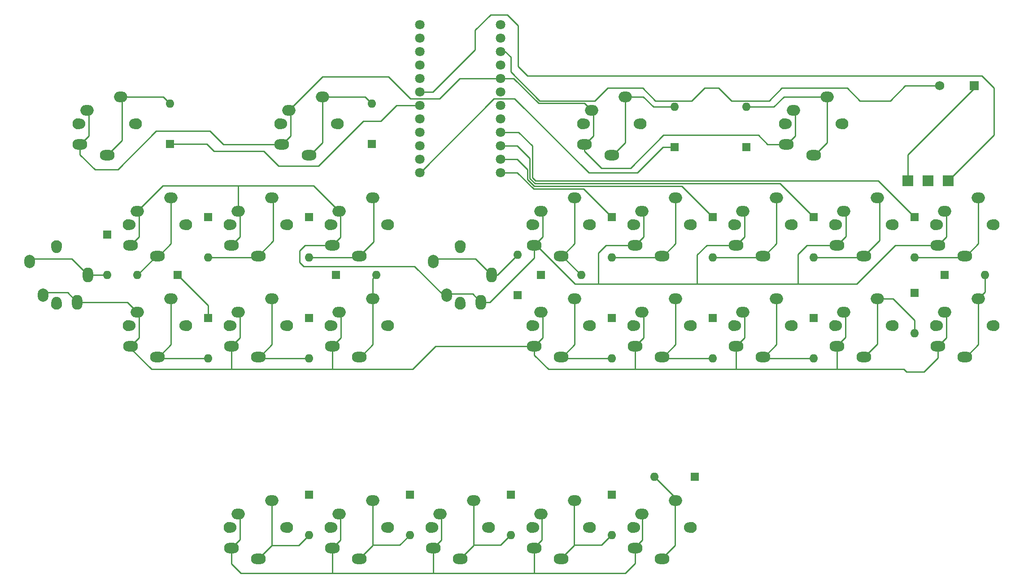
<source format=gtl>
%TF.GenerationSoftware,KiCad,Pcbnew,(7.0.0)*%
%TF.CreationDate,2023-03-05T08:54:37+05:30*%
%TF.ProjectId,Peridot Steno,50657269-646f-4742-9053-74656e6f2e6b,rev?*%
%TF.SameCoordinates,Original*%
%TF.FileFunction,Copper,L1,Top*%
%TF.FilePolarity,Positive*%
%FSLAX46Y46*%
G04 Gerber Fmt 4.6, Leading zero omitted, Abs format (unit mm)*
G04 Created by KiCad (PCBNEW (7.0.0)) date 2023-03-05 08:54:37*
%MOMM*%
%LPD*%
G01*
G04 APERTURE LIST*
%TA.AperFunction,WasherPad*%
%ADD10C,2.100000*%
%TD*%
%TA.AperFunction,WasherPad*%
%ADD11C,1.900000*%
%TD*%
%TA.AperFunction,ComponentPad*%
%ADD12O,2.800000X2.000000*%
%TD*%
%TA.AperFunction,ComponentPad*%
%ADD13O,2.500000X2.000000*%
%TD*%
%TA.AperFunction,ComponentPad*%
%ADD14O,2.000000X2.800000*%
%TD*%
%TA.AperFunction,ComponentPad*%
%ADD15O,2.000000X2.500000*%
%TD*%
%TA.AperFunction,ComponentPad*%
%ADD16C,1.800000*%
%TD*%
%TA.AperFunction,ComponentPad*%
%ADD17R,1.752600X1.752600*%
%TD*%
%TA.AperFunction,ComponentPad*%
%ADD18C,1.752600*%
%TD*%
%TA.AperFunction,ComponentPad*%
%ADD19R,1.600000X1.600000*%
%TD*%
%TA.AperFunction,ComponentPad*%
%ADD20O,1.600000X1.600000*%
%TD*%
%TA.AperFunction,ComponentPad*%
%ADD21R,2.000000X2.000000*%
%TD*%
%TA.AperFunction,Conductor*%
%ADD22C,0.250000*%
%TD*%
G04 APERTURE END LIST*
D10*
%TO.P,SW26,*%
%TO.N,*%
X156425000Y-66675000D03*
D11*
X156845000Y-66675000D03*
X167005000Y-66675000D03*
D10*
X167425000Y-66675000D03*
D12*
%TO.P,SW26,1,1*%
%TO.N,ROW1*%
X156824999Y-70574999D03*
D13*
X158114999Y-64134999D03*
D12*
%TO.P,SW26,2,2*%
%TO.N,Net-(D25-A)*%
X161924999Y-72574999D03*
D13*
X164464999Y-61594999D03*
%TD*%
D10*
%TO.P,SW19,*%
%TO.N,*%
X99275000Y-123825000D03*
D11*
X99695000Y-123825000D03*
X109855000Y-123825000D03*
D10*
X110275000Y-123825000D03*
D12*
%TO.P,SW19,1,1*%
%TO.N,ROW3*%
X99674999Y-127724999D03*
D13*
X100964999Y-121284999D03*
D12*
%TO.P,SW19,2,2*%
%TO.N,Net-(D18-A)*%
X104774999Y-129724999D03*
D13*
X107314999Y-118744999D03*
%TD*%
D10*
%TO.P,SW17,*%
%TO.N,*%
X118325000Y-66675000D03*
D11*
X118745000Y-66675000D03*
X128905000Y-66675000D03*
D10*
X129325000Y-66675000D03*
D12*
%TO.P,SW17,1,1*%
%TO.N,ROW1*%
X118724999Y-70574999D03*
D13*
X120014999Y-64134999D03*
D12*
%TO.P,SW17,2,2*%
%TO.N,Net-(D16-A)*%
X123824999Y-72574999D03*
D13*
X126364999Y-61594999D03*
%TD*%
D10*
%TO.P,SW42,*%
%TO.N,*%
X232625000Y-66675000D03*
D11*
X233045000Y-66675000D03*
X243205000Y-66675000D03*
D10*
X243625000Y-66675000D03*
D12*
%TO.P,SW42,1,1*%
%TO.N,ROW1*%
X233024999Y-70574999D03*
D13*
X234314999Y-64134999D03*
D12*
%TO.P,SW42,2,2*%
%TO.N,Net-(D41-A)*%
X238124999Y-72574999D03*
D13*
X240664999Y-61594999D03*
%TD*%
D10*
%TO.P,SW27,*%
%TO.N,*%
X156425000Y-85725000D03*
D11*
X156845000Y-85725000D03*
X167005000Y-85725000D03*
D10*
X167425000Y-85725000D03*
D12*
%TO.P,SW27,1,1*%
%TO.N,ROW2*%
X156824999Y-89624999D03*
D13*
X158114999Y-83184999D03*
D12*
%TO.P,SW27,2,2*%
%TO.N,Net-(D26-A)*%
X161924999Y-91624999D03*
D13*
X164464999Y-80644999D03*
%TD*%
D10*
%TO.P,SW36,*%
%TO.N,*%
X175475000Y-123825000D03*
D11*
X175895000Y-123825000D03*
X186055000Y-123825000D03*
D10*
X186475000Y-123825000D03*
D12*
%TO.P,SW36,1,1*%
%TO.N,ROW3*%
X175874999Y-127724999D03*
D13*
X177164999Y-121284999D03*
D12*
%TO.P,SW36,2,2*%
%TO.N,Net-(D35-A)*%
X180974999Y-129724999D03*
D13*
X183514999Y-118744999D03*
%TD*%
D10*
%TO.P,SW21,*%
%TO.N,*%
X142875000Y-81700000D03*
D11*
X142875000Y-81280000D03*
X142875000Y-71120000D03*
D10*
X142875000Y-70700000D03*
D14*
%TO.P,SW21,1,1*%
%TO.N,ROW1*%
X146774999Y-81299999D03*
D15*
X140334999Y-80009999D03*
D14*
%TO.P,SW21,2,2*%
%TO.N,Net-(D20-A)*%
X148774999Y-76199999D03*
D15*
X137794999Y-73659999D03*
%TD*%
D10*
%TO.P,SW32,*%
%TO.N,*%
X156425000Y-123825000D03*
D11*
X156845000Y-123825000D03*
X167005000Y-123825000D03*
D10*
X167425000Y-123825000D03*
D12*
%TO.P,SW32,1,1*%
%TO.N,ROW3*%
X156824999Y-127724999D03*
D13*
X158114999Y-121284999D03*
D12*
%TO.P,SW32,2,2*%
%TO.N,Net-(D31-A)*%
X161924999Y-129724999D03*
D13*
X164464999Y-118744999D03*
%TD*%
D10*
%TO.P,SW28,*%
%TO.N,*%
X137375000Y-123825000D03*
D11*
X137795000Y-123825000D03*
X147955000Y-123825000D03*
D10*
X148375000Y-123825000D03*
D12*
%TO.P,SW28,1,1*%
%TO.N,ROW3*%
X137774999Y-127724999D03*
D13*
X139064999Y-121284999D03*
D12*
%TO.P,SW28,2,2*%
%TO.N,Net-(D27-A)*%
X142874999Y-129724999D03*
D13*
X145414999Y-118744999D03*
%TD*%
D10*
%TO.P,SW33,*%
%TO.N,*%
X204050000Y-47625000D03*
D11*
X204470000Y-47625000D03*
X214630000Y-47625000D03*
D10*
X215050000Y-47625000D03*
D12*
%TO.P,SW33,1,1*%
%TO.N,ROW0*%
X204449999Y-51524999D03*
D13*
X205739999Y-45084999D03*
D12*
%TO.P,SW33,2,2*%
%TO.N,Net-(D32-A)*%
X209549999Y-53524999D03*
D13*
X212089999Y-42544999D03*
%TD*%
D10*
%TO.P,SW34,*%
%TO.N,*%
X194525000Y-66675000D03*
D11*
X194945000Y-66675000D03*
X205105000Y-66675000D03*
D10*
X205525000Y-66675000D03*
D12*
%TO.P,SW34,1,1*%
%TO.N,ROW1*%
X194924999Y-70574999D03*
D13*
X196214999Y-64134999D03*
D12*
%TO.P,SW34,2,2*%
%TO.N,Net-(D33-A)*%
X200024999Y-72574999D03*
D13*
X202564999Y-61594999D03*
%TD*%
D10*
%TO.P,SW39,*%
%TO.N,*%
X213575000Y-85725000D03*
D11*
X213995000Y-85725000D03*
X224155000Y-85725000D03*
D10*
X224575000Y-85725000D03*
D12*
%TO.P,SW39,1,1*%
%TO.N,ROW2*%
X213974999Y-89624999D03*
D13*
X215264999Y-83184999D03*
D12*
%TO.P,SW39,2,2*%
%TO.N,Net-(D38-A)*%
X219074999Y-91624999D03*
D13*
X221614999Y-80644999D03*
%TD*%
D10*
%TO.P,SW31,*%
%TO.N,*%
X175475000Y-85725000D03*
D11*
X175895000Y-85725000D03*
X186055000Y-85725000D03*
D10*
X186475000Y-85725000D03*
D12*
%TO.P,SW31,1,1*%
%TO.N,ROW2*%
X175874999Y-89624999D03*
D13*
X177164999Y-83184999D03*
D12*
%TO.P,SW31,2,2*%
%TO.N,Net-(D30-A)*%
X180974999Y-91624999D03*
D13*
X183514999Y-80644999D03*
%TD*%
D10*
%TO.P,SW9,*%
%TO.N,*%
X80225000Y-85725000D03*
D11*
X80645000Y-85725000D03*
X90805000Y-85725000D03*
D10*
X91225000Y-85725000D03*
D12*
%TO.P,SW9,1,1*%
%TO.N,ROW2*%
X80624999Y-89624999D03*
D13*
X81914999Y-83184999D03*
D12*
%TO.P,SW9,2,2*%
%TO.N,Net-(D8-A)*%
X85724999Y-91624999D03*
D13*
X88264999Y-80644999D03*
%TD*%
D16*
%TO.P,U1,1,TX*%
%TO.N,unconnected-(U1-TX-Pad1)*%
X135255000Y-28892500D03*
%TO.P,U1,2,RX*%
%TO.N,unconnected-(U1-RX-Pad2)*%
X135255000Y-31432500D03*
%TO.P,U1,3,GND*%
%TO.N,GND*%
X135255000Y-33972500D03*
%TO.P,U1,4,GND*%
X135255000Y-36512500D03*
%TO.P,U1,5,SDA*%
%TO.N,unconnected-(U1-SDA-Pad5)*%
X135255000Y-39052500D03*
%TO.P,U1,6,SCL*%
%TO.N,LED_DAT*%
X135255000Y-41592500D03*
%TO.P,U1,7,D4*%
%TO.N,COL0*%
X135255000Y-44132500D03*
%TO.P,U1,8,C6*%
%TO.N,COL1*%
X135255000Y-46672500D03*
%TO.P,U1,9,D7*%
%TO.N,COL2*%
X135255000Y-49212500D03*
%TO.P,U1,10,E6*%
%TO.N,COL3*%
X135255000Y-51752500D03*
%TO.P,U1,11,B4*%
%TO.N,COL4*%
X135255000Y-54292500D03*
%TO.P,U1,12,B5*%
%TO.N,COL5*%
X135255000Y-56832500D03*
%TO.P,U1,13,B6*%
%TO.N,COL6*%
X150495000Y-56832500D03*
%TO.P,U1,14,B2*%
%TO.N,COL7*%
X150495000Y-54292500D03*
%TO.P,U1,15,B3*%
%TO.N,COL8*%
X150495000Y-51752500D03*
%TO.P,U1,16,B1*%
%TO.N,COL9*%
X150495000Y-49212500D03*
%TO.P,U1,17,F7*%
%TO.N,ROW3*%
X150495000Y-46672500D03*
%TO.P,U1,18,F6*%
%TO.N,ROW2*%
X150495000Y-44132500D03*
%TO.P,U1,19,F5*%
%TO.N,ROW1*%
X150495000Y-41592500D03*
%TO.P,U1,20,F4*%
%TO.N,ROW0*%
X150495000Y-39052500D03*
%TO.P,U1,21,VCC*%
%TO.N,unconnected-(U1-VCC-Pad21)*%
X150495000Y-36512500D03*
%TO.P,U1,22,RST*%
%TO.N,RESET*%
X150495000Y-33972500D03*
%TO.P,U1,23,GND*%
%TO.N,GND*%
X150495000Y-31432500D03*
%TO.P,U1,24,RAW*%
%TO.N,+5V*%
X150495000Y-28892500D03*
%TD*%
D10*
%TO.P,SW12,*%
%TO.N,*%
X99275000Y-66675000D03*
D11*
X99695000Y-66675000D03*
X109855000Y-66675000D03*
D10*
X110275000Y-66675000D03*
D12*
%TO.P,SW12,1,1*%
%TO.N,ROW1*%
X99674999Y-70574999D03*
D13*
X100964999Y-64134999D03*
D12*
%TO.P,SW12,2,2*%
%TO.N,Net-(D11-A)*%
X104774999Y-72574999D03*
D13*
X107314999Y-61594999D03*
%TD*%
D10*
%TO.P,SW4,*%
%TO.N,*%
X66675000Y-81700000D03*
D11*
X66675000Y-81280000D03*
X66675000Y-71120000D03*
D10*
X66675000Y-70700000D03*
D14*
%TO.P,SW4,1,1*%
%TO.N,ROW2*%
X70574999Y-81299999D03*
D15*
X64134999Y-80009999D03*
D14*
%TO.P,SW4,2,2*%
%TO.N,Net-(D3-A)*%
X72574999Y-76199999D03*
D15*
X61594999Y-73659999D03*
%TD*%
D10*
%TO.P,SW11,*%
%TO.N,*%
X108800000Y-47625000D03*
D11*
X109220000Y-47625000D03*
X119380000Y-47625000D03*
D10*
X119800000Y-47625000D03*
D12*
%TO.P,SW11,1,1*%
%TO.N,ROW0*%
X109199999Y-51524999D03*
D13*
X110489999Y-45084999D03*
D12*
%TO.P,SW11,2,2*%
%TO.N,Net-(D10-A)*%
X114299999Y-53524999D03*
D13*
X116839999Y-42544999D03*
%TD*%
D17*
%TO.P,SW1,1,1*%
%TO.N,GND*%
X239864899Y-40481249D03*
D18*
%TO.P,SW1,2,2*%
%TO.N,RESET*%
X233362500Y-40481250D03*
%TD*%
D10*
%TO.P,SW38,*%
%TO.N,*%
X213575000Y-66675000D03*
D11*
X213995000Y-66675000D03*
X224155000Y-66675000D03*
D10*
X224575000Y-66675000D03*
D12*
%TO.P,SW38,1,1*%
%TO.N,ROW1*%
X213974999Y-70574999D03*
D13*
X215264999Y-64134999D03*
D12*
%TO.P,SW38,2,2*%
%TO.N,Net-(D37-A)*%
X219074999Y-72574999D03*
D13*
X221614999Y-61594999D03*
%TD*%
D10*
%TO.P,SW2,*%
%TO.N,*%
X70700000Y-47625000D03*
D11*
X71120000Y-47625000D03*
X81280000Y-47625000D03*
D10*
X81700000Y-47625000D03*
D12*
%TO.P,SW2,1,1*%
%TO.N,ROW0*%
X71099999Y-51524999D03*
D13*
X72389999Y-45084999D03*
D12*
%TO.P,SW2,2,2*%
%TO.N,Net-(D1-A)*%
X76199999Y-53524999D03*
D13*
X78739999Y-42544999D03*
%TD*%
D10*
%TO.P,SW35,*%
%TO.N,*%
X194525000Y-85725000D03*
D11*
X194945000Y-85725000D03*
X205105000Y-85725000D03*
D10*
X205525000Y-85725000D03*
D12*
%TO.P,SW35,1,1*%
%TO.N,ROW2*%
X194924999Y-89624999D03*
D13*
X196214999Y-83184999D03*
D12*
%TO.P,SW35,2,2*%
%TO.N,Net-(D34-A)*%
X200024999Y-91624999D03*
D13*
X202564999Y-80644999D03*
%TD*%
D10*
%TO.P,SW23,*%
%TO.N,*%
X118325000Y-123825000D03*
D11*
X118745000Y-123825000D03*
X128905000Y-123825000D03*
D10*
X129325000Y-123825000D03*
D12*
%TO.P,SW23,1,1*%
%TO.N,ROW3*%
X118724999Y-127724999D03*
D13*
X120014999Y-121284999D03*
D12*
%TO.P,SW23,2,2*%
%TO.N,Net-(D22-A)*%
X123824999Y-129724999D03*
D13*
X126364999Y-118744999D03*
%TD*%
D10*
%TO.P,SW25,*%
%TO.N,*%
X165950000Y-47625000D03*
D11*
X166370000Y-47625000D03*
X176530000Y-47625000D03*
D10*
X176950000Y-47625000D03*
D12*
%TO.P,SW25,1,1*%
%TO.N,ROW0*%
X166349999Y-51524999D03*
D13*
X167639999Y-45084999D03*
D12*
%TO.P,SW25,2,2*%
%TO.N,Net-(D24-A)*%
X171449999Y-53524999D03*
D13*
X173989999Y-42544999D03*
%TD*%
D10*
%TO.P,SW30,*%
%TO.N,*%
X175475000Y-66675000D03*
D11*
X175895000Y-66675000D03*
X186055000Y-66675000D03*
D10*
X186475000Y-66675000D03*
D12*
%TO.P,SW30,1,1*%
%TO.N,ROW1*%
X175874999Y-70574999D03*
D13*
X177164999Y-64134999D03*
D12*
%TO.P,SW30,2,2*%
%TO.N,Net-(D29-A)*%
X180974999Y-72574999D03*
D13*
X183514999Y-61594999D03*
%TD*%
D10*
%TO.P,SW43,*%
%TO.N,*%
X232625000Y-85725000D03*
D11*
X233045000Y-85725000D03*
X243205000Y-85725000D03*
D10*
X243625000Y-85725000D03*
D12*
%TO.P,SW43,1,1*%
%TO.N,ROW2*%
X233024999Y-89624999D03*
D13*
X234314999Y-83184999D03*
D12*
%TO.P,SW43,2,2*%
%TO.N,Net-(D42-A)*%
X238124999Y-91624999D03*
D13*
X240664999Y-80644999D03*
%TD*%
D10*
%TO.P,SW8,*%
%TO.N,*%
X80225000Y-66675000D03*
D11*
X80645000Y-66675000D03*
X90805000Y-66675000D03*
D10*
X91225000Y-66675000D03*
D12*
%TO.P,SW8,1,1*%
%TO.N,ROW1*%
X80624999Y-70574999D03*
D13*
X81914999Y-64134999D03*
D12*
%TO.P,SW8,2,2*%
%TO.N,Net-(D7-A)*%
X85724999Y-72574999D03*
D13*
X88264999Y-61594999D03*
%TD*%
D10*
%TO.P,SW13,*%
%TO.N,*%
X99275000Y-85725000D03*
D11*
X99695000Y-85725000D03*
X109855000Y-85725000D03*
D10*
X110275000Y-85725000D03*
D12*
%TO.P,SW13,1,1*%
%TO.N,ROW2*%
X99674999Y-89624999D03*
D13*
X100964999Y-83184999D03*
D12*
%TO.P,SW13,2,2*%
%TO.N,Net-(D12-A)*%
X104774999Y-91624999D03*
D13*
X107314999Y-80644999D03*
%TD*%
D10*
%TO.P,SW18,*%
%TO.N,*%
X118325000Y-85725000D03*
D11*
X118745000Y-85725000D03*
X128905000Y-85725000D03*
D10*
X129325000Y-85725000D03*
D12*
%TO.P,SW18,1,1*%
%TO.N,ROW2*%
X118724999Y-89624999D03*
D13*
X120014999Y-83184999D03*
D12*
%TO.P,SW18,2,2*%
%TO.N,Net-(D17-A)*%
X123824999Y-91624999D03*
D13*
X126364999Y-80644999D03*
%TD*%
D19*
%TO.P,D27,1,K*%
%TO.N,COL4*%
X152399999Y-117633749D03*
D20*
%TO.P,D27,2,A*%
%TO.N,Net-(D27-A)*%
X152399999Y-125253749D03*
%TD*%
D19*
%TO.P,D41,1,K*%
%TO.N,COL9*%
X228599999Y-65246249D03*
D20*
%TO.P,D41,2,A*%
%TO.N,Net-(D41-A)*%
X228599999Y-72866249D03*
%TD*%
D19*
%TO.P,D33,1,K*%
%TO.N,COL7*%
X190499999Y-65246249D03*
D20*
%TO.P,D33,2,A*%
%TO.N,Net-(D33-A)*%
X190499999Y-72866249D03*
%TD*%
D19*
%TO.P,D30,1,K*%
%TO.N,COL6*%
X190499999Y-84296249D03*
D20*
%TO.P,D30,2,A*%
%TO.N,Net-(D30-A)*%
X190499999Y-91916249D03*
%TD*%
D19*
%TO.P,D31,1,K*%
%TO.N,COL5*%
X171449999Y-117633749D03*
D20*
%TO.P,D31,2,A*%
%TO.N,Net-(D31-A)*%
X171449999Y-125253749D03*
%TD*%
D19*
%TO.P,D12,1,K*%
%TO.N,COL2*%
X114299999Y-84296249D03*
D20*
%TO.P,D12,2,A*%
%TO.N,Net-(D12-A)*%
X114299999Y-91916249D03*
%TD*%
D19*
%TO.P,D22,1,K*%
%TO.N,COL3*%
X133349999Y-117633749D03*
D20*
%TO.P,D22,2,A*%
%TO.N,Net-(D22-A)*%
X133349999Y-125253749D03*
%TD*%
D19*
%TO.P,D42,1,K*%
%TO.N,COL9*%
X234314999Y-76199999D03*
D20*
%TO.P,D42,2,A*%
%TO.N,Net-(D42-A)*%
X241934999Y-76199999D03*
%TD*%
D19*
%TO.P,D37,1,K*%
%TO.N,COL8*%
X209549999Y-65246249D03*
D20*
%TO.P,D37,2,A*%
%TO.N,Net-(D37-A)*%
X209549999Y-72866249D03*
%TD*%
D19*
%TO.P,D1,1,K*%
%TO.N,COL0*%
X88106249Y-51434999D03*
D20*
%TO.P,D1,2,A*%
%TO.N,Net-(D1-A)*%
X88106249Y-43814999D03*
%TD*%
D19*
%TO.P,D17,1,K*%
%TO.N,COL3*%
X119379999Y-76199999D03*
D20*
%TO.P,D17,2,A*%
%TO.N,Net-(D17-A)*%
X126999999Y-76199999D03*
%TD*%
D19*
%TO.P,D29,1,K*%
%TO.N,COL6*%
X171449999Y-65246249D03*
D20*
%TO.P,D29,2,A*%
%TO.N,Net-(D29-A)*%
X171449999Y-72866249D03*
%TD*%
D21*
%TO.P,J3,1,Pin_1*%
%TO.N,GND*%
X227329999Y-58419999D03*
%TD*%
D19*
%TO.P,D38,1,K*%
%TO.N,COL8*%
X228599999Y-79533749D03*
D20*
%TO.P,D38,2,A*%
%TO.N,Net-(D38-A)*%
X228599999Y-87153749D03*
%TD*%
D19*
%TO.P,D25,1,K*%
%TO.N,COL5*%
X158114999Y-76199999D03*
D20*
%TO.P,D25,2,A*%
%TO.N,Net-(D25-A)*%
X165734999Y-76199999D03*
%TD*%
D19*
%TO.P,D3,1,K*%
%TO.N,COL0*%
X76199999Y-68579999D03*
D20*
%TO.P,D3,2,A*%
%TO.N,Net-(D3-A)*%
X76199999Y-76199999D03*
%TD*%
D21*
%TO.P,J1,1,Pin_1*%
%TO.N,+5V*%
X231139999Y-58419999D03*
%TD*%
D19*
%TO.P,D26,1,K*%
%TO.N,COL5*%
X171449999Y-84296249D03*
D20*
%TO.P,D26,2,A*%
%TO.N,Net-(D26-A)*%
X171449999Y-91916249D03*
%TD*%
D19*
%TO.P,D16,1,K*%
%TO.N,COL3*%
X114299999Y-65246249D03*
D20*
%TO.P,D16,2,A*%
%TO.N,Net-(D16-A)*%
X114299999Y-72866249D03*
%TD*%
D21*
%TO.P,J2,1,Pin_1*%
%TO.N,LED_DAT*%
X234949999Y-58419999D03*
%TD*%
D19*
%TO.P,D11,1,K*%
%TO.N,COL2*%
X95249999Y-65246249D03*
D20*
%TO.P,D11,2,A*%
%TO.N,Net-(D11-A)*%
X95249999Y-72866249D03*
%TD*%
D19*
%TO.P,D7,1,K*%
%TO.N,COL1*%
X89534999Y-76199999D03*
D20*
%TO.P,D7,2,A*%
%TO.N,Net-(D7-A)*%
X81914999Y-76199999D03*
%TD*%
D19*
%TO.P,D24,1,K*%
%TO.N,COL5*%
X183356249Y-52069999D03*
D20*
%TO.P,D24,2,A*%
%TO.N,Net-(D24-A)*%
X183356249Y-44449999D03*
%TD*%
D19*
%TO.P,D8,1,K*%
%TO.N,COL1*%
X95249999Y-84296249D03*
D20*
%TO.P,D8,2,A*%
%TO.N,Net-(D8-A)*%
X95249999Y-91916249D03*
%TD*%
D19*
%TO.P,D32,1,K*%
%TO.N,COL7*%
X196849999Y-52069999D03*
D20*
%TO.P,D32,2,A*%
%TO.N,Net-(D32-A)*%
X196849999Y-44449999D03*
%TD*%
D19*
%TO.P,D10,1,K*%
%TO.N,COL2*%
X126206249Y-51434999D03*
D20*
%TO.P,D10,2,A*%
%TO.N,Net-(D10-A)*%
X126206249Y-43814999D03*
%TD*%
D19*
%TO.P,D34,1,K*%
%TO.N,COL7*%
X209549999Y-84296249D03*
D20*
%TO.P,D34,2,A*%
%TO.N,Net-(D34-A)*%
X209549999Y-91916249D03*
%TD*%
D19*
%TO.P,D35,1,K*%
%TO.N,COL6*%
X187166249Y-114299999D03*
D20*
%TO.P,D35,2,A*%
%TO.N,Net-(D35-A)*%
X179546249Y-114299999D03*
%TD*%
D19*
%TO.P,D18,1,K*%
%TO.N,COL2*%
X114299999Y-117633749D03*
D20*
%TO.P,D18,2,A*%
%TO.N,Net-(D18-A)*%
X114299999Y-125253749D03*
%TD*%
D19*
%TO.P,D20,1,K*%
%TO.N,COL4*%
X153669999Y-80009999D03*
D20*
%TO.P,D20,2,A*%
%TO.N,Net-(D20-A)*%
X153669999Y-72389999D03*
%TD*%
D22*
%TO.N,COL0*%
X116078000Y-55626000D02*
X124587000Y-47117000D01*
X127889000Y-47117000D02*
X130873500Y-44132500D01*
X124587000Y-47117000D02*
X127889000Y-47117000D01*
X88106250Y-51435000D02*
X94996000Y-51435000D01*
X108585000Y-55626000D02*
X116078000Y-55626000D01*
X94996000Y-51435000D02*
X96393000Y-52832000D01*
X105791000Y-52832000D02*
X108585000Y-55626000D01*
X130873500Y-44132500D02*
X135255000Y-44132500D01*
X96393000Y-52832000D02*
X105791000Y-52832000D01*
%TO.N,Net-(D1-A)*%
X78740000Y-42545000D02*
X86836250Y-42545000D01*
X78994000Y-50788000D02*
X76220000Y-53562000D01*
X78994000Y-42816000D02*
X78994000Y-50788000D01*
X78760000Y-42582000D02*
X78994000Y-42816000D01*
X86836250Y-42545000D02*
X88106250Y-43815000D01*
%TO.N,Net-(D3-A)*%
X61595000Y-73660000D02*
X62103000Y-73152000D01*
X62103000Y-73152000D02*
X69527000Y-73152000D01*
X72575000Y-76200000D02*
X76200000Y-76200000D01*
X69527000Y-73152000D02*
X72575000Y-76200000D01*
%TO.N,COL1*%
X95250000Y-84296250D02*
X95250000Y-81915000D01*
X95250000Y-81915000D02*
X89535000Y-76200000D01*
%TO.N,Net-(D7-A)*%
X85540000Y-72575000D02*
X85725000Y-72575000D01*
X88265000Y-70235000D02*
X85925000Y-72575000D01*
X81915000Y-76200000D02*
X85540000Y-72575000D01*
X85925000Y-72575000D02*
X85725000Y-72575000D01*
X88265000Y-61595000D02*
X88265000Y-70235000D01*
%TO.N,Net-(D8-A)*%
X88265000Y-89322000D02*
X85925000Y-91662000D01*
X95250000Y-91916250D02*
X86016250Y-91916250D01*
X85540000Y-91662000D02*
X85725000Y-91662000D01*
X88265000Y-80682000D02*
X88265000Y-89322000D01*
X86016250Y-91916250D02*
X85725000Y-91625000D01*
X85925000Y-91662000D02*
X85725000Y-91662000D01*
%TO.N,Net-(D10-A)*%
X116840000Y-42545000D02*
X124936250Y-42545000D01*
X114520000Y-53562000D02*
X114320000Y-53562000D01*
X116860000Y-51222000D02*
X114520000Y-53562000D01*
X116860000Y-42582000D02*
X116860000Y-51222000D01*
X124936250Y-42545000D02*
X126206250Y-43815000D01*
%TO.N,Net-(D11-A)*%
X104483750Y-72866250D02*
X104775000Y-72575000D01*
X107315000Y-61595000D02*
X107586362Y-61866362D01*
X107586362Y-69763638D02*
X104775000Y-72575000D01*
X95250000Y-72866250D02*
X104483750Y-72866250D01*
X107586362Y-61866362D02*
X107586362Y-69763638D01*
%TO.N,Net-(D12-A)*%
X104995000Y-91662000D02*
X104795000Y-91662000D01*
X104610000Y-91662000D02*
X104795000Y-91662000D01*
X107335000Y-80682000D02*
X107335000Y-89322000D01*
X105066250Y-91916250D02*
X104775000Y-91625000D01*
X114300000Y-91916250D02*
X105066250Y-91916250D01*
X107335000Y-89322000D02*
X104995000Y-91662000D01*
%TO.N,Net-(D16-A)*%
X114300000Y-72866250D02*
X123533750Y-72866250D01*
X126500000Y-69900000D02*
X123825000Y-72575000D01*
X123533750Y-72866250D02*
X123825000Y-72575000D01*
X126500000Y-61730000D02*
X126500000Y-69900000D01*
X126365000Y-61595000D02*
X126500000Y-61730000D01*
%TO.N,Net-(D17-A)*%
X126385000Y-89322000D02*
X124045000Y-91662000D01*
X124045000Y-91662000D02*
X123845000Y-91662000D01*
X126385000Y-80682000D02*
X126385000Y-89322000D01*
X123660000Y-91662000D02*
X123845000Y-91662000D01*
X126365000Y-76835000D02*
X127000000Y-76200000D01*
X126365000Y-80645000D02*
X126365000Y-76835000D01*
%TO.N,Net-(D18-A)*%
X104775000Y-129725000D02*
X107315000Y-127185000D01*
X112368750Y-127185000D02*
X107315000Y-127185000D01*
X114300000Y-125253750D02*
X112368750Y-127185000D01*
X107315000Y-127185000D02*
X107315000Y-118745000D01*
%TO.N,Net-(D20-A)*%
X148775000Y-76200000D02*
X149860000Y-76200000D01*
X138303000Y-73152000D02*
X145727000Y-73152000D01*
X137795000Y-73660000D02*
X138303000Y-73152000D01*
X149860000Y-76200000D02*
X153670000Y-72390000D01*
X145727000Y-73152000D02*
X148775000Y-76200000D01*
%TO.N,Net-(D22-A)*%
X126365000Y-127135000D02*
X131468750Y-127135000D01*
X131468750Y-127135000D02*
X133350000Y-125253750D01*
X126365000Y-127185000D02*
X126365000Y-127135000D01*
X126365000Y-127135000D02*
X126365000Y-118745000D01*
X123825000Y-129725000D02*
X126365000Y-127185000D01*
%TO.N,COL5*%
X149243500Y-42907500D02*
X135318500Y-56832500D01*
X183356250Y-52070000D02*
X181102000Y-52070000D01*
X167132000Y-56896000D02*
X153143500Y-42907500D01*
X176276000Y-56896000D02*
X167132000Y-56896000D01*
X153143500Y-42907500D02*
X149243500Y-42907500D01*
X135318500Y-56832500D02*
X135255000Y-56832500D01*
X181102000Y-52070000D02*
X176276000Y-56896000D01*
%TO.N,Net-(D24-A)*%
X174010000Y-42582000D02*
X174010000Y-51222000D01*
X174010000Y-51222000D02*
X171670000Y-53562000D01*
X173990000Y-42545000D02*
X177419000Y-42545000D01*
X179324000Y-44450000D02*
X183356250Y-44450000D01*
X177419000Y-42545000D02*
X179324000Y-44450000D01*
X171670000Y-53562000D02*
X171470000Y-53562000D01*
X171285000Y-53562000D02*
X171470000Y-53562000D01*
%TO.N,Net-(D25-A)*%
X164485000Y-70272000D02*
X162145000Y-72612000D01*
X162110000Y-72575000D02*
X165735000Y-76200000D01*
X161925000Y-72575000D02*
X162110000Y-72575000D01*
X162145000Y-72612000D02*
X161945000Y-72612000D01*
X164485000Y-61632000D02*
X164485000Y-70272000D01*
X161760000Y-72612000D02*
X161945000Y-72612000D01*
%TO.N,Net-(D26-A)*%
X164485000Y-80682000D02*
X164485000Y-89322000D01*
X162145000Y-91662000D02*
X161945000Y-91662000D01*
X162216250Y-91916250D02*
X161925000Y-91625000D01*
X161760000Y-91662000D02*
X161945000Y-91662000D01*
X171450000Y-91916250D02*
X162216250Y-91916250D01*
X164485000Y-89322000D02*
X162145000Y-91662000D01*
%TO.N,Net-(D27-A)*%
X145390000Y-127210000D02*
X145390000Y-127160000D01*
X142850000Y-129750000D02*
X145390000Y-127210000D01*
X145390000Y-127160000D02*
X145390000Y-118770000D01*
X150493750Y-127160000D02*
X152375000Y-125278750D01*
X145390000Y-127160000D02*
X150493750Y-127160000D01*
%TO.N,COL6*%
X166147750Y-59944000D02*
X171450000Y-65246250D01*
X153606500Y-56832500D02*
X156718000Y-59944000D01*
X150495000Y-56832500D02*
X153606500Y-56832500D01*
X156718000Y-59944000D02*
X166147750Y-59944000D01*
%TO.N,Net-(D29-A)*%
X171450000Y-72866250D02*
X180683750Y-72866250D01*
X180810000Y-72612000D02*
X180995000Y-72612000D01*
X183535000Y-61632000D02*
X183535000Y-70272000D01*
X181195000Y-72612000D02*
X180995000Y-72612000D01*
X183535000Y-70272000D02*
X181195000Y-72612000D01*
X180683750Y-72866250D02*
X180975000Y-72575000D01*
%TO.N,Net-(D30-A)*%
X190500000Y-91916250D02*
X181266250Y-91916250D01*
X180810000Y-91662000D02*
X180995000Y-91662000D01*
X183535000Y-80682000D02*
X183535000Y-89322000D01*
X181266250Y-91916250D02*
X180975000Y-91625000D01*
X183535000Y-89322000D02*
X181195000Y-91662000D01*
X181195000Y-91662000D02*
X180995000Y-91662000D01*
%TO.N,Net-(D31-A)*%
X164390000Y-127160000D02*
X169493750Y-127160000D01*
X161850000Y-129750000D02*
X164390000Y-127210000D01*
X164390000Y-127160000D02*
X164390000Y-118770000D01*
X164390000Y-127210000D02*
X164390000Y-127160000D01*
X169493750Y-127160000D02*
X171375000Y-125278750D01*
%TO.N,COL7*%
X190500000Y-65246250D02*
X184689750Y-59436000D01*
X155564000Y-58153604D02*
X155564000Y-56250000D01*
X155564000Y-56250000D02*
X153606500Y-54292500D01*
X153606500Y-54292500D02*
X150495000Y-54292500D01*
X184689750Y-59436000D02*
X156846396Y-59436000D01*
X156846396Y-59436000D02*
X155564000Y-58153604D01*
%TO.N,Net-(D32-A)*%
X196850000Y-44450000D02*
X202049441Y-44450000D01*
X212110000Y-42582000D02*
X212110000Y-51222000D01*
X203954441Y-42545000D02*
X212090000Y-42545000D01*
X202049441Y-44450000D02*
X203954441Y-42545000D01*
X212110000Y-51222000D02*
X209770000Y-53562000D01*
%TO.N,Net-(D33-A)*%
X190500000Y-72866250D02*
X199733750Y-72866250D01*
X200245000Y-72612000D02*
X200045000Y-72612000D01*
X202585000Y-70272000D02*
X200245000Y-72612000D01*
X202585000Y-61632000D02*
X202585000Y-70272000D01*
X199733750Y-72866250D02*
X200025000Y-72575000D01*
X199860000Y-72612000D02*
X200045000Y-72612000D01*
%TO.N,Net-(D34-A)*%
X200245000Y-91662000D02*
X200045000Y-91662000D01*
X209550000Y-91916250D02*
X200316250Y-91916250D01*
X199860000Y-91662000D02*
X200045000Y-91662000D01*
X202585000Y-89322000D02*
X200245000Y-91662000D01*
X202585000Y-80682000D02*
X202585000Y-89322000D01*
X200316250Y-91916250D02*
X200025000Y-91625000D01*
%TO.N,Net-(D35-A)*%
X179546250Y-114300000D02*
X183515000Y-118268750D01*
X183515000Y-118268750D02*
X183515000Y-118745000D01*
X180850000Y-129750000D02*
X183390000Y-127210000D01*
X183390000Y-127160000D02*
X183390000Y-118770000D01*
X183390000Y-127210000D02*
X183390000Y-127160000D01*
%TO.N,COL8*%
X156974792Y-58928000D02*
X203231750Y-58928000D01*
X150495000Y-51752500D02*
X153606500Y-51752500D01*
X153606500Y-51752500D02*
X156014000Y-54160000D01*
X203231750Y-58928000D02*
X209550000Y-65246250D01*
X156014000Y-57967208D02*
X156974792Y-58928000D01*
X156014000Y-54160000D02*
X156014000Y-57967208D01*
%TO.N,Net-(D37-A)*%
X221615000Y-61595000D02*
X221996000Y-61976000D01*
X221996000Y-61976000D02*
X221996000Y-69654000D01*
X221996000Y-69654000D02*
X219075000Y-72575000D01*
X218783750Y-72866250D02*
X219075000Y-72575000D01*
X209550000Y-72866250D02*
X218783750Y-72866250D01*
%TO.N,Net-(D38-A)*%
X221635000Y-80555000D02*
X221635000Y-89195000D01*
X221635000Y-89195000D02*
X219295000Y-91535000D01*
X228600000Y-84709000D02*
X224536000Y-80645000D01*
X218910000Y-91535000D02*
X219095000Y-91535000D01*
X228600000Y-87153750D02*
X228600000Y-84709000D01*
X219295000Y-91535000D02*
X219095000Y-91535000D01*
X224536000Y-80645000D02*
X221615000Y-80645000D01*
%TO.N,COL9*%
X221773750Y-58420000D02*
X228600000Y-65246250D01*
X156464000Y-57780812D02*
X157103188Y-58420000D01*
X153860500Y-49212500D02*
X156464000Y-51816000D01*
X150495000Y-49212500D02*
X153860500Y-49212500D01*
X156464000Y-51816000D02*
X156464000Y-57780812D01*
X157103188Y-58420000D02*
X221773750Y-58420000D01*
%TO.N,Net-(D41-A)*%
X240685000Y-61632000D02*
X240685000Y-70272000D01*
X237960000Y-72612000D02*
X238145000Y-72612000D01*
X240685000Y-70272000D02*
X238345000Y-72612000D01*
X237833750Y-72866250D02*
X238125000Y-72575000D01*
X238345000Y-72612000D02*
X238145000Y-72612000D01*
X228600000Y-72866250D02*
X237833750Y-72866250D01*
%TO.N,Net-(D42-A)*%
X237960000Y-91662000D02*
X238145000Y-91662000D01*
X240685000Y-80682000D02*
X240685000Y-89322000D01*
X241935000Y-76200000D02*
X241935000Y-79375000D01*
X238345000Y-91662000D02*
X238145000Y-91662000D01*
X241935000Y-79375000D02*
X240665000Y-80645000D01*
X240685000Y-89322000D02*
X238345000Y-91662000D01*
%TO.N,GND*%
X227330000Y-53492400D02*
X227330000Y-58420000D01*
X239864900Y-40957500D02*
X227330000Y-53492400D01*
X239864900Y-40481250D02*
X239864900Y-40957500D01*
%TO.N,LED_DAT*%
X135255000Y-41592500D02*
X137731500Y-41592500D01*
X153797000Y-29083000D02*
X153797000Y-36830000D01*
X153797000Y-36830000D02*
X155575000Y-38608000D01*
X155575000Y-38608000D02*
X241300000Y-38608000D01*
X241300000Y-38608000D02*
X243586000Y-40894000D01*
X243586000Y-40894000D02*
X243586000Y-49784000D01*
X137731500Y-41592500D02*
X145669000Y-33655000D01*
X243586000Y-49784000D02*
X234950000Y-58420000D01*
X145669000Y-29972000D02*
X148590000Y-27051000D01*
X151765000Y-27051000D02*
X153797000Y-29083000D01*
X148590000Y-27051000D02*
X151765000Y-27051000D01*
X145669000Y-33655000D02*
X145669000Y-29972000D01*
%TO.N,RESET*%
X177292000Y-40894000D02*
X170688000Y-40894000D01*
X186569788Y-43307000D02*
X179705000Y-43307000D01*
X191643000Y-40894000D02*
X188982788Y-40894000D01*
X194056000Y-43307000D02*
X191643000Y-40894000D01*
X226853750Y-40481250D02*
X224028000Y-43307000D01*
X157861000Y-43307000D02*
X152400000Y-37846000D01*
X215900000Y-40894000D02*
X203581000Y-40894000D01*
X152400000Y-35052000D02*
X151320500Y-33972500D01*
X233362500Y-40481250D02*
X226853750Y-40481250D01*
X203581000Y-40894000D02*
X201168000Y-43307000D01*
X152400000Y-37846000D02*
X152400000Y-35052000D01*
X201168000Y-43307000D02*
X194056000Y-43307000D01*
X188982788Y-40894000D02*
X186569788Y-43307000D01*
X151320500Y-33972500D02*
X150495000Y-33972500D01*
X224028000Y-43307000D02*
X218313000Y-43307000D01*
X170688000Y-40894000D02*
X168275000Y-43307000D01*
X168275000Y-43307000D02*
X157861000Y-43307000D01*
X218313000Y-43307000D02*
X215900000Y-40894000D01*
X179705000Y-43307000D02*
X177292000Y-40894000D01*
%TO.N,ROW0*%
X110845000Y-45457000D02*
X110510000Y-45122000D01*
X98134000Y-51525000D02*
X109200000Y-51525000D01*
X138938000Y-42926000D02*
X142811500Y-39052500D01*
X95631000Y-49022000D02*
X98134000Y-51525000D01*
X71100000Y-51525000D02*
X71100000Y-53447000D01*
X116840000Y-38735000D02*
X129286000Y-38735000D01*
X78232000Y-56261000D02*
X85471000Y-49022000D01*
X204470000Y-51562000D02*
X206095000Y-49937000D01*
X136125500Y-42907500D02*
X136144000Y-42926000D01*
X109220000Y-51562000D02*
X110845000Y-49937000D01*
X169545000Y-56007000D02*
X175006000Y-56007000D01*
X206095000Y-49937000D02*
X206095000Y-45457000D01*
X167995000Y-45457000D02*
X167660000Y-45122000D01*
X129286000Y-38735000D02*
X133458500Y-42907500D01*
X85471000Y-49022000D02*
X95631000Y-49022000D01*
X136144000Y-42926000D02*
X138938000Y-42926000D01*
X72745000Y-49937000D02*
X72745000Y-45457000D01*
X142811500Y-39052500D02*
X150495000Y-39052500D01*
X71120000Y-51562000D02*
X72745000Y-49937000D01*
X166350000Y-52812000D02*
X169545000Y-56007000D01*
X167995000Y-49937000D02*
X167995000Y-45457000D01*
X110845000Y-49937000D02*
X110845000Y-45457000D01*
X200877000Y-51525000D02*
X204450000Y-51525000D01*
X71100000Y-53447000D02*
X73914000Y-56261000D01*
X166350000Y-51525000D02*
X166350000Y-52812000D01*
X150495000Y-39052500D02*
X152970104Y-39052500D01*
X166312000Y-43757000D02*
X167640000Y-45085000D01*
X166370000Y-51562000D02*
X167995000Y-49937000D01*
X157674604Y-43757000D02*
X166312000Y-43757000D01*
X110490000Y-45085000D02*
X116840000Y-38735000D01*
X152970104Y-39052500D02*
X157674604Y-43757000D01*
X72745000Y-45457000D02*
X72410000Y-45122000D01*
X206095000Y-45457000D02*
X205760000Y-45122000D01*
X73914000Y-56261000D02*
X78232000Y-56261000D01*
X133458500Y-42907500D02*
X136125500Y-42907500D01*
X181229000Y-49784000D02*
X199136000Y-49784000D01*
X199136000Y-49784000D02*
X200877000Y-51525000D01*
X175006000Y-56007000D02*
X181229000Y-49784000D01*
%TO.N,ROW2*%
X133858000Y-93980000D02*
X138213000Y-89625000D01*
X80625000Y-89662000D02*
X82250000Y-88037000D01*
X84582000Y-93980000D02*
X99695000Y-93980000D01*
X230378000Y-94488000D02*
X233025000Y-91841000D01*
X177520000Y-83557000D02*
X177185000Y-83222000D01*
X196570000Y-83557000D02*
X196235000Y-83222000D01*
X175895000Y-89662000D02*
X177520000Y-88037000D01*
X215620000Y-83430000D02*
X215285000Y-83095000D01*
X82250000Y-88037000D02*
X82250000Y-83557000D01*
X213975000Y-93980000D02*
X213975000Y-89625000D01*
X80625000Y-90023000D02*
X84582000Y-93980000D01*
X64643000Y-79502000D02*
X68777000Y-79502000D01*
X158470000Y-88037000D02*
X158470000Y-83557000D01*
X233025000Y-91841000D02*
X233025000Y-89625000D01*
X99695000Y-89662000D02*
X101320000Y-88037000D01*
X118725000Y-93980000D02*
X133858000Y-93980000D01*
X82250000Y-83557000D02*
X81915000Y-83222000D01*
X215620000Y-87910000D02*
X215620000Y-83430000D01*
X194925000Y-89625000D02*
X194925000Y-93960000D01*
X70575000Y-81300000D02*
X80030000Y-81300000D01*
X213995000Y-89535000D02*
X215620000Y-87910000D01*
X156825000Y-89625000D02*
X156825000Y-91293000D01*
X175895000Y-93980000D02*
X194945000Y-93980000D01*
X175875000Y-89625000D02*
X175875000Y-93960000D01*
X227076000Y-94488000D02*
X230378000Y-94488000D01*
X234670000Y-83557000D02*
X234335000Y-83222000D01*
X138213000Y-89625000D02*
X156825000Y-89625000D01*
X226568000Y-93980000D02*
X227076000Y-94488000D01*
X158470000Y-83557000D02*
X158135000Y-83222000D01*
X99675000Y-89625000D02*
X99675000Y-93960000D01*
X99695000Y-93980000D02*
X118725000Y-93980000D01*
X101320000Y-83557000D02*
X100985000Y-83222000D01*
X68777000Y-79502000D02*
X70575000Y-81300000D01*
X194925000Y-93960000D02*
X194945000Y-93980000D01*
X99675000Y-93960000D02*
X99695000Y-93980000D01*
X80030000Y-81300000D02*
X81915000Y-83185000D01*
X213975000Y-93980000D02*
X226568000Y-93980000D01*
X175875000Y-93960000D02*
X175895000Y-93980000D01*
X177520000Y-88037000D02*
X177520000Y-83557000D01*
X194945000Y-89662000D02*
X196570000Y-88037000D01*
X194945000Y-93980000D02*
X213975000Y-93980000D01*
X120370000Y-88037000D02*
X120370000Y-83557000D01*
X101320000Y-88037000D02*
X101320000Y-83557000D01*
X80625000Y-89625000D02*
X80625000Y-90023000D01*
X234670000Y-88037000D02*
X234670000Y-83557000D01*
X120370000Y-83557000D02*
X120035000Y-83222000D01*
X159512000Y-93980000D02*
X175895000Y-93980000D01*
X156845000Y-89662000D02*
X158470000Y-88037000D01*
X118745000Y-89662000D02*
X120370000Y-88037000D01*
X118725000Y-93980000D02*
X118725000Y-89625000D01*
X156825000Y-91293000D02*
X159512000Y-93980000D01*
X64135000Y-80010000D02*
X64643000Y-79502000D01*
X233045000Y-89662000D02*
X234670000Y-88037000D01*
X196570000Y-88037000D02*
X196570000Y-83557000D01*
%TO.N,ROW1*%
X208317000Y-70575000D02*
X206629000Y-72263000D01*
X82250000Y-64470000D02*
X81915000Y-64135000D01*
X146775000Y-81300000D02*
X148443000Y-81300000D01*
X187579000Y-72390000D02*
X187579000Y-77851000D01*
X206629000Y-77851000D02*
X217678000Y-77851000D01*
X112522000Y-71607022D02*
X112522000Y-73787000D01*
X196570000Y-68987000D02*
X196570000Y-64507000D01*
X168910000Y-77724000D02*
X169037000Y-77851000D01*
X134239000Y-74549000D02*
X139700000Y-80010000D01*
X158470000Y-68987000D02*
X158470000Y-64507000D01*
X170344000Y-70575000D02*
X168910000Y-72009000D01*
X118725000Y-70575000D02*
X120250000Y-69050000D01*
X156845000Y-70612000D02*
X158470000Y-68987000D01*
X145231000Y-79756000D02*
X146775000Y-81300000D01*
X99675000Y-70575000D02*
X101250000Y-69000000D01*
X156825000Y-72918000D02*
X156825000Y-70575000D01*
X140589000Y-79756000D02*
X145231000Y-79756000D01*
X168910000Y-72009000D02*
X168910000Y-77724000D01*
X100965000Y-64135000D02*
X100965000Y-59309000D01*
X158470000Y-64507000D02*
X158135000Y-64172000D01*
X206629000Y-72263000D02*
X206629000Y-77851000D01*
X101250000Y-64420000D02*
X100965000Y-64135000D01*
X140335000Y-80010000D02*
X140589000Y-79756000D01*
X156825000Y-70575000D02*
X157225000Y-70575000D01*
X177520000Y-68987000D02*
X177520000Y-64507000D01*
X164501000Y-77851000D02*
X169037000Y-77851000D01*
X215265000Y-64135000D02*
X215646000Y-64516000D01*
X208317000Y-70575000D02*
X213975000Y-70575000D01*
X86741000Y-59309000D02*
X100965000Y-59309000D01*
X234670000Y-64507000D02*
X234335000Y-64172000D01*
X101250000Y-69000000D02*
X101250000Y-64420000D01*
X120250000Y-69050000D02*
X120250000Y-64370000D01*
X118725000Y-70575000D02*
X113554022Y-70575000D01*
X196570000Y-64507000D02*
X196235000Y-64172000D01*
X217678000Y-77851000D02*
X224954000Y-70575000D01*
X120250000Y-64370000D02*
X120015000Y-64135000D01*
X115189000Y-59309000D02*
X120015000Y-64135000D01*
X234670000Y-68987000D02*
X234670000Y-64507000D01*
X189394000Y-70575000D02*
X187579000Y-72390000D01*
X194945000Y-70612000D02*
X196570000Y-68987000D01*
X82250000Y-68950000D02*
X82250000Y-64470000D01*
X100965000Y-59309000D02*
X115189000Y-59309000D01*
X215646000Y-68904000D02*
X213975000Y-70575000D01*
X157225000Y-70575000D02*
X164501000Y-77851000D01*
X233045000Y-70612000D02*
X234670000Y-68987000D01*
X148443000Y-81300000D02*
X156825000Y-72918000D01*
X113554022Y-70575000D02*
X112522000Y-71607022D01*
X169037000Y-77851000D02*
X187579000Y-77851000D01*
X175895000Y-70612000D02*
X177520000Y-68987000D01*
X194925000Y-70575000D02*
X189394000Y-70575000D01*
X187579000Y-77851000D02*
X206629000Y-77851000D01*
X175875000Y-70575000D02*
X170344000Y-70575000D01*
X224954000Y-70575000D02*
X233025000Y-70575000D01*
X215646000Y-64516000D02*
X215646000Y-68904000D01*
X81915000Y-64135000D02*
X86741000Y-59309000D01*
X139700000Y-80010000D02*
X140335000Y-80010000D01*
X113284000Y-74549000D02*
X134239000Y-74549000D01*
X177520000Y-64507000D02*
X177185000Y-64172000D01*
X112522000Y-73787000D02*
X113284000Y-74549000D01*
X80625000Y-70575000D02*
X82250000Y-68950000D01*
%TO.N,ROW3*%
X139275000Y-121545000D02*
X139040000Y-121310000D01*
X177275000Y-121545000D02*
X177040000Y-121310000D01*
X118750000Y-132500000D02*
X137750000Y-132500000D01*
X118725000Y-127725000D02*
X120250000Y-126200000D01*
X156825000Y-132425000D02*
X156750000Y-132500000D01*
X137750000Y-127750000D02*
X139275000Y-126225000D01*
X101250000Y-126150000D02*
X101250000Y-121570000D01*
X118725000Y-132475000D02*
X118750000Y-132500000D01*
X137750000Y-132500000D02*
X156750000Y-132500000D01*
X158275000Y-121545000D02*
X158040000Y-121310000D01*
X118725000Y-127725000D02*
X118725000Y-132475000D01*
X120250000Y-121520000D02*
X120015000Y-121285000D01*
X137775000Y-132475000D02*
X137750000Y-132500000D01*
X99675000Y-130675000D02*
X101500000Y-132500000D01*
X156750000Y-127750000D02*
X158275000Y-126225000D01*
X156750000Y-132500000D02*
X174000000Y-132500000D01*
X120250000Y-126200000D02*
X120250000Y-121520000D01*
X174000000Y-132500000D02*
X175875000Y-130625000D01*
X139275000Y-126225000D02*
X139275000Y-121545000D01*
X101500000Y-132500000D02*
X118750000Y-132500000D01*
X175750000Y-127750000D02*
X177275000Y-126225000D01*
X156825000Y-127725000D02*
X156825000Y-132425000D01*
X158275000Y-126225000D02*
X158275000Y-121545000D01*
X177275000Y-126225000D02*
X177275000Y-121545000D01*
X99675000Y-127725000D02*
X101250000Y-126150000D01*
X175875000Y-130625000D02*
X175875000Y-127725000D01*
X99675000Y-127725000D02*
X99675000Y-130675000D01*
X137775000Y-127725000D02*
X137775000Y-132475000D01*
X101250000Y-121570000D02*
X100965000Y-121285000D01*
%TD*%
M02*

</source>
